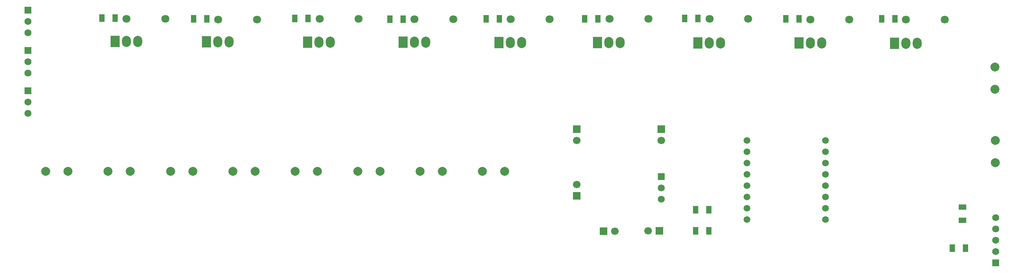
<source format=gbr>
%TF.GenerationSoftware,KiCad,Pcbnew,9.0.4*%
%TF.CreationDate,2025-10-20T22:53:34-05:00*%
%TF.ProjectId,PCB,5043422e-6b69-4636-9164-5f7063625858,rev?*%
%TF.SameCoordinates,Original*%
%TF.FileFunction,Soldermask,Top*%
%TF.FilePolarity,Negative*%
%FSLAX46Y46*%
G04 Gerber Fmt 4.6, Leading zero omitted, Abs format (unit mm)*
G04 Created by KiCad (PCBNEW 9.0.4) date 2025-10-20 22:53:34*
%MOMM*%
%LPD*%
G01*
G04 APERTURE LIST*
%ADD10R,1.210000X1.700000*%
%ADD11C,1.800000*%
%ADD12R,2.000000X2.500000*%
%ADD13O,2.000000X2.500000*%
%ADD14C,2.000000*%
%ADD15R,1.700000X1.700000*%
%ADD16C,1.700000*%
%ADD17R,1.570000X1.570000*%
%ADD18C,1.570000*%
%ADD19C,1.520000*%
%ADD20R,1.700000X1.210000*%
G04 APERTURE END LIST*
D10*
%TO.C,R13*%
X247142000Y-101092000D03*
X250102000Y-101092000D03*
%TD*%
D11*
%TO.C,D9*%
X245476000Y-49682400D03*
X236776000Y-49682400D03*
%TD*%
%TO.C,D8*%
X224038400Y-49682400D03*
X215338400Y-49682400D03*
%TD*%
%TO.C,D7*%
X201400400Y-49479200D03*
X192700400Y-49479200D03*
%TD*%
%TO.C,D6*%
X179010800Y-49479200D03*
X170310800Y-49479200D03*
%TD*%
%TO.C,D5*%
X156830000Y-49580800D03*
X148130000Y-49580800D03*
%TD*%
%TO.C,D4*%
X135240000Y-49580800D03*
X126540000Y-49580800D03*
%TD*%
%TO.C,D3*%
X113986800Y-49479200D03*
X105286800Y-49479200D03*
%TD*%
%TO.C,D2*%
X91196400Y-49631600D03*
X82496400Y-49631600D03*
%TD*%
%TO.C,D1*%
X70603600Y-49530000D03*
X61903600Y-49530000D03*
%TD*%
D12*
%TO.C,Q1*%
X59414400Y-54610000D03*
D13*
X61954400Y-54610000D03*
X64494400Y-54610000D03*
%TD*%
D12*
%TO.C,Q9*%
X234217200Y-55016400D03*
D13*
X236757200Y-55016400D03*
X239297200Y-55016400D03*
%TD*%
D12*
%TO.C,Q5*%
X145520400Y-54813200D03*
D13*
X148060400Y-54813200D03*
X150600400Y-54813200D03*
%TD*%
D14*
%TO.C,Fuente*%
X256747000Y-65328800D03*
X256747000Y-60328800D03*
%TD*%
D15*
%TO.C,P9*%
X181508400Y-97180400D03*
D16*
X178968400Y-97180400D03*
%TD*%
D14*
%TO.C,P4*%
X85789600Y-83820200D03*
X90789600Y-83820200D03*
%TD*%
D17*
%TO.C,P7*%
X39817600Y-56590400D03*
D18*
X39817600Y-59130400D03*
X39817600Y-61670400D03*
%TD*%
D14*
%TO.C,P3*%
X71789200Y-83819800D03*
X76789200Y-83819800D03*
%TD*%
D10*
%TO.C,R2*%
X76977600Y-49530000D03*
X79937600Y-49530000D03*
%TD*%
D15*
%TO.C,P10*%
X168960800Y-97282000D03*
D16*
X171500800Y-97282000D03*
%TD*%
D19*
%TO.C,U1*%
X201117200Y-76860400D03*
X201117200Y-79400400D03*
X201117200Y-81940400D03*
X201117200Y-84480400D03*
X201117200Y-87020400D03*
X201117200Y-89560400D03*
X201117200Y-92100400D03*
X201117200Y-94640400D03*
%TD*%
D14*
%TO.C,5V*%
X256844800Y-81860400D03*
X256844800Y-76860400D03*
%TD*%
%TO.C,P1*%
X43789200Y-83819800D03*
X48789200Y-83819800D03*
%TD*%
D10*
%TO.C,R8*%
X209819600Y-49530000D03*
X212779600Y-49530000D03*
%TD*%
D14*
%TO.C,P2*%
X57788800Y-83820000D03*
X62788800Y-83820000D03*
%TD*%
D12*
%TO.C,Q7*%
X190122800Y-54914800D03*
D13*
X192662800Y-54914800D03*
X195202800Y-54914800D03*
%TD*%
D14*
%TO.C,Add5*%
X141790600Y-83819600D03*
X146790600Y-83819600D03*
%TD*%
D10*
%TO.C,R3*%
X99698800Y-49428400D03*
X102658800Y-49428400D03*
%TD*%
%TO.C,R10*%
X189622800Y-92405200D03*
X192582800Y-92405200D03*
%TD*%
D19*
%TO.C,U2*%
X218757400Y-94640200D03*
X218757400Y-92100200D03*
X218757400Y-89560200D03*
X218757400Y-87020200D03*
X218757400Y-84480200D03*
X218757400Y-81940200D03*
X218757400Y-79400200D03*
X218757400Y-76860200D03*
%TD*%
D10*
%TO.C,R9*%
X231308000Y-49530000D03*
X234268000Y-49530000D03*
%TD*%
D15*
%TO.C,R14*%
X162916000Y-74306600D03*
D16*
X162916000Y-76846600D03*
%TD*%
D17*
%TO.C,P12*%
X181915400Y-84927000D03*
D18*
X181915400Y-87467000D03*
X181915400Y-90007000D03*
%TD*%
D15*
%TO.C,P13*%
X162915600Y-89306400D03*
D16*
X162915600Y-86766400D03*
%TD*%
D17*
%TO.C,P6*%
X39817400Y-65670600D03*
D18*
X39817400Y-68210600D03*
X39817400Y-70750600D03*
%TD*%
D14*
%TO.C,Add12*%
X127790400Y-83819200D03*
X132790400Y-83819200D03*
%TD*%
D10*
%TO.C,R11*%
X189622800Y-97180400D03*
X192582800Y-97180400D03*
%TD*%
D15*
%TO.C,P11*%
X181915800Y-74306600D03*
D16*
X181915800Y-76846600D03*
%TD*%
D20*
%TO.C,R12*%
X249472000Y-94748800D03*
X249472000Y-91788800D03*
%TD*%
D12*
%TO.C,Q4*%
X123981200Y-54711600D03*
D13*
X126521200Y-54711600D03*
X129061200Y-54711600D03*
%TD*%
D10*
%TO.C,R5*%
X142611200Y-49479200D03*
X145571200Y-49479200D03*
%TD*%
D12*
%TO.C,Q8*%
X212779600Y-54914800D03*
D13*
X215319600Y-54914800D03*
X217859600Y-54914800D03*
%TD*%
D12*
%TO.C,Q3*%
X102594400Y-54711600D03*
D13*
X105134400Y-54711600D03*
X107674400Y-54711600D03*
%TD*%
D17*
%TO.C,Q10*%
X256895600Y-104394000D03*
D18*
X256895600Y-101854000D03*
X256895600Y-99314000D03*
X256895600Y-96774000D03*
X256895600Y-94234000D03*
%TD*%
D10*
%TO.C,R4*%
X121021200Y-49580800D03*
X123981200Y-49580800D03*
%TD*%
D14*
%TO.C,P5*%
X99789800Y-83819800D03*
X104789800Y-83819800D03*
%TD*%
D10*
%TO.C,R1*%
X56403600Y-49326800D03*
X59363600Y-49326800D03*
%TD*%
D12*
%TO.C,Q6*%
X167618400Y-54864000D03*
D13*
X170158400Y-54864000D03*
X172698400Y-54864000D03*
%TD*%
D10*
%TO.C,R6*%
X164722800Y-49530000D03*
X167682800Y-49530000D03*
%TD*%
D14*
%TO.C,Speaker*%
X113790000Y-83819400D03*
X118790000Y-83819400D03*
%TD*%
D10*
%TO.C,R7*%
X187125600Y-49428400D03*
X190085600Y-49428400D03*
%TD*%
D12*
%TO.C,Q2*%
X79886800Y-54660800D03*
D13*
X82426800Y-54660800D03*
X84966800Y-54660800D03*
%TD*%
D17*
%TO.C,P8*%
X39817400Y-47510400D03*
D18*
X39817400Y-50050400D03*
X39817400Y-52590400D03*
%TD*%
M02*

</source>
